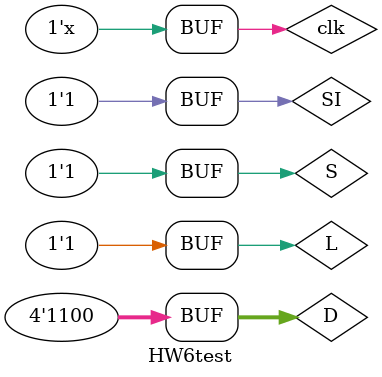
<source format=v>
`timescale 1ns / 1ps


module HW6test();
reg clk,S,L,SI;
reg [3:0]D;
wire [3:0]Q;
HW6 UUT(clk,S,L,SI,D,Q);
initial begin
#0 clk=0;S=1;L=0;D=12;SI=0;
#10 S=0;
#50 L=1;
#100 S=1;
#150 SI=1;
end
always #10 clk=~clk;
endmodule

</source>
